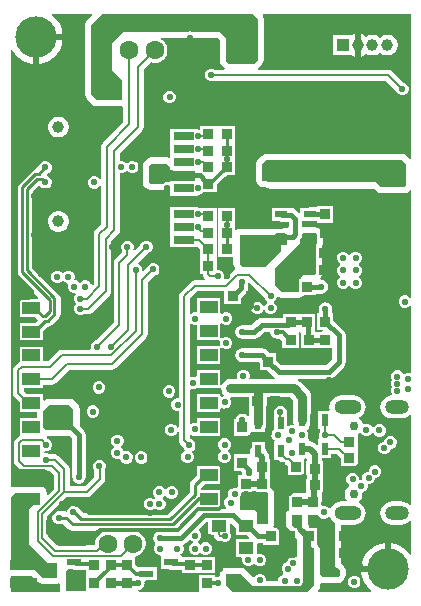
<source format=gbl>
G04*
G04 #@! TF.GenerationSoftware,Altium Limited,Altium Designer,23.5.1 (21)*
G04*
G04 Layer_Physical_Order=4*
G04 Layer_Color=16711680*
%FSLAX44Y44*%
%MOMM*%
G71*
G04*
G04 #@! TF.SameCoordinates,D8F5AE86-2F01-4A25-AC6E-D886633190FF*
G04*
G04*
G04 #@! TF.FilePolarity,Positive*
G04*
G01*
G75*
%ADD11C,0.2540*%
%ADD17C,0.1524*%
%ADD23R,0.9000X0.8500*%
%ADD24R,0.8500X0.9000*%
%ADD26R,1.3000X0.6000*%
%ADD90C,1.6000*%
%ADD91C,0.3810*%
%ADD92C,0.3048*%
%ADD94C,0.5080*%
%ADD95C,1.0160*%
%ADD96C,0.7620*%
%ADD98C,1.0000*%
%ADD99O,2.3000X1.2000*%
%ADD100O,2.0000X1.2000*%
%ADD101C,0.7500*%
%ADD102R,1.0000X1.0000*%
%ADD103C,3.5000*%
%ADD104C,0.5588*%
%ADD111R,0.6000X1.0500*%
%ADD112R,1.0500X0.6000*%
%ADD113R,1.3000X1.0500*%
%ADD114R,1.5000X1.0000*%
%ADD115R,1.8000X0.7000*%
%ADD116R,1.4000X1.2000*%
%ADD117R,2.2000X2.0320*%
%ADD118R,1.4000X1.6000*%
%ADD119C,0.6350*%
G36*
X214376Y490474D02*
Y455676D01*
X211074Y452374D01*
X190246D01*
X187706Y454914D01*
Y474218D01*
X182372Y479552D01*
X158574D01*
X158012Y479785D01*
X155890D01*
X155328Y479552D01*
X100838D01*
X91440Y470154D01*
Y446786D01*
X99314Y438912D01*
Y421640D01*
X78232D01*
X73660Y426212D01*
Y485394D01*
X82852Y494586D01*
X210264D01*
X214376Y490474D01*
D02*
G37*
G36*
X344586Y371934D02*
X343316Y371653D01*
X340466Y374502D01*
X338786Y375625D01*
X336804Y376020D01*
X221488D01*
X221488Y376020D01*
X219506Y375625D01*
X217826Y374502D01*
X214778Y371455D01*
X213655Y369774D01*
X213260Y367792D01*
Y353314D01*
X213655Y351332D01*
X214778Y349651D01*
X215186Y349243D01*
X216866Y348120D01*
X218848Y347726D01*
X221742D01*
X222026Y347442D01*
X222397Y347288D01*
X222821Y347005D01*
X223322Y346905D01*
X223793Y346710D01*
X224303D01*
X224804Y346610D01*
X312815D01*
X315107Y344318D01*
X316788Y343195D01*
X318770Y342800D01*
X338582D01*
X338582Y342800D01*
X340564Y343195D01*
X342244Y344318D01*
X343316Y345389D01*
X344586Y345108D01*
Y254688D01*
X343316Y254269D01*
X342112Y255474D01*
X340151Y256286D01*
X338029D01*
X336068Y255474D01*
X334568Y253974D01*
X333756Y252013D01*
Y249891D01*
X334568Y247931D01*
X336068Y246430D01*
X338029Y245618D01*
X340151D01*
X342112Y246430D01*
X343316Y247635D01*
X344586Y247216D01*
Y191159D01*
X343530Y190453D01*
X342657Y190815D01*
X340535D01*
X338574Y190003D01*
X337356Y190245D01*
X337262Y190473D01*
X335761Y191974D01*
X333801Y192786D01*
X331679D01*
X329719Y191974D01*
X328218Y190473D01*
X327406Y188513D01*
Y186391D01*
X328218Y184431D01*
X328245Y184404D01*
X328218Y184377D01*
X327406Y182417D01*
Y180295D01*
X328218Y178335D01*
X328245Y178308D01*
X328218Y178281D01*
X327406Y176321D01*
Y174199D01*
X327906Y172992D01*
X327182Y171616D01*
X325531Y171398D01*
X323144Y170410D01*
X321095Y168837D01*
X319523Y166788D01*
X318534Y164402D01*
X318197Y161841D01*
X318534Y159280D01*
X319523Y156893D01*
X321095Y154844D01*
X323144Y153272D01*
X325531Y152283D01*
X328092Y151946D01*
X336092D01*
X338653Y152283D01*
X341039Y153272D01*
X343088Y154844D01*
X343383Y155229D01*
X344586Y154820D01*
Y78861D01*
X343383Y78453D01*
X343089Y78837D01*
X341040Y80409D01*
X338653Y81398D01*
X336092Y81735D01*
X328092D01*
X325531Y81398D01*
X323145Y80409D01*
X321096Y78837D01*
X319523Y76788D01*
X318535Y74401D01*
X318197Y71840D01*
X318535Y69279D01*
X319523Y66893D01*
X321096Y64844D01*
X323145Y63271D01*
X325531Y62283D01*
X328092Y61946D01*
X336092D01*
X338653Y62283D01*
X341040Y63271D01*
X343089Y64844D01*
X343383Y65228D01*
X344586Y64819D01*
Y37049D01*
X343371Y36681D01*
X342139Y38524D01*
X338994Y41669D01*
X335296Y44140D01*
X331186Y45842D01*
X327140Y46647D01*
Y24130D01*
X324600D01*
Y21590D01*
X302083D01*
X302888Y17544D01*
X304590Y13434D01*
X307061Y9736D01*
X310113Y6684D01*
X310050Y6077D01*
X309849Y5414D01*
X265858D01*
X265372Y6587D01*
X265853Y7068D01*
X266976Y8749D01*
X267370Y10731D01*
Y11728D01*
X268640Y12770D01*
X269494Y12601D01*
X282194D01*
X284176Y12995D01*
X285856Y14117D01*
X287635Y15896D01*
X288757Y17576D01*
X289151Y19558D01*
Y22170D01*
X289151Y22171D01*
Y22680D01*
X289052Y23182D01*
X289052Y23691D01*
X288857Y24162D01*
X288794Y24480D01*
X288794Y24480D01*
X288757Y24662D01*
X288741Y24687D01*
X288741Y24687D01*
X288670Y24858D01*
X288553Y25141D01*
X288285Y25541D01*
X288278Y25559D01*
X288262Y25584D01*
X288248Y25597D01*
X288180Y25699D01*
X287885Y26302D01*
X287123Y27299D01*
X286862Y27529D01*
X286668Y27819D01*
X286668Y27819D01*
X285088Y29400D01*
Y35631D01*
Y60297D01*
Y61940D01*
X285092Y61944D01*
X296092D01*
X298653Y62281D01*
X301040Y63270D01*
X303089Y64842D01*
X304661Y66891D01*
X305650Y69278D01*
X305987Y71839D01*
X305650Y74400D01*
X304661Y76786D01*
X303089Y78835D01*
X301040Y80408D01*
X300378Y80682D01*
X300392Y82051D01*
X301641Y83299D01*
X302637Y85023D01*
X303152Y86946D01*
Y88936D01*
X303102Y89122D01*
X303321Y89408D01*
X305282Y90220D01*
X306782Y91721D01*
X307594Y93681D01*
Y95803D01*
X307903Y96266D01*
X309417D01*
X311378Y97078D01*
X312878Y98579D01*
X313690Y100539D01*
Y101600D01*
X314751D01*
X316712Y102412D01*
X318212Y103912D01*
X319024Y105873D01*
Y107995D01*
X318212Y109956D01*
X316712Y111456D01*
X314751Y112268D01*
X312629D01*
X310669Y111456D01*
X309168Y109956D01*
X308356Y107995D01*
Y106934D01*
X307295D01*
X305334Y106122D01*
X303834Y104621D01*
X303022Y102661D01*
Y100539D01*
X302713Y100076D01*
X301199D01*
X300228Y100725D01*
Y101645D01*
X299416Y103605D01*
X297915Y105106D01*
X295955Y105918D01*
X293833D01*
X291873Y105106D01*
X290372Y103605D01*
X289560Y101645D01*
Y99523D01*
X290372Y97563D01*
X291873Y96062D01*
X291945Y96032D01*
X292038Y94619D01*
X290950Y93991D01*
X289542Y92583D01*
X288547Y90859D01*
X288032Y88936D01*
Y86946D01*
X288547Y85023D01*
X289542Y83299D01*
X289838Y83004D01*
X289312Y81734D01*
X285092D01*
X282531Y81396D01*
X280145Y80408D01*
X278096Y78835D01*
X276523Y76786D01*
X276170Y75933D01*
X275916Y75817D01*
X274712Y75732D01*
X273531Y76912D01*
X271571Y77724D01*
X269449D01*
X268410Y78418D01*
Y80700D01*
X268665Y81981D01*
Y88460D01*
X269801D01*
Y101214D01*
X269801Y102040D01*
X269801Y102040D01*
X269670Y102430D01*
X269670Y102430D01*
Y116010D01*
X269104D01*
Y118640D01*
X276660D01*
Y121768D01*
X281470D01*
X284931Y118308D01*
Y111320D01*
X299011D01*
Y124020D01*
X299011Y124900D01*
X299011D01*
Y125290D01*
X299011D01*
Y138870D01*
X299011Y138870D01*
X299011D01*
X300047Y139584D01*
X300234Y139692D01*
X300575Y140034D01*
X301821Y139786D01*
X302056Y139219D01*
X303556Y137718D01*
X305517Y136906D01*
X307639D01*
X309599Y137718D01*
X311100Y139219D01*
X311226Y139524D01*
X312601D01*
X312867Y138882D01*
X314367Y137381D01*
X316328Y136569D01*
X318450D01*
X320410Y137381D01*
X321911Y138882D01*
X322723Y140842D01*
Y142964D01*
X321911Y144925D01*
X320410Y146425D01*
X318450Y147237D01*
X316328D01*
X314367Y146425D01*
X312867Y144925D01*
X312740Y144620D01*
X311366D01*
X311100Y145261D01*
X309599Y146762D01*
X307639Y147574D01*
X305517D01*
X304370Y147099D01*
X302885Y147745D01*
X302880Y147752D01*
X302637Y148659D01*
X301641Y150383D01*
X300396Y151629D01*
X300384Y152999D01*
X301039Y153270D01*
X303088Y154843D01*
X304661Y156892D01*
X305649Y159278D01*
X305986Y161839D01*
X305649Y164400D01*
X304661Y166786D01*
X303088Y168836D01*
X301039Y170408D01*
X298653Y171397D01*
X296092Y171734D01*
X285092D01*
X282531Y171397D01*
X280144Y170408D01*
X278095Y168836D01*
X276523Y166786D01*
X275534Y164400D01*
X275197Y161839D01*
X275506Y159490D01*
X275180Y158744D01*
X274830Y158220D01*
X265580D01*
Y142640D01*
X266811D01*
Y140480D01*
X266138Y138857D01*
Y136735D01*
X266654Y135490D01*
X265846Y134220D01*
X265580D01*
Y129804D01*
X264407Y129318D01*
X262939Y130786D01*
X260839Y132189D01*
X258361Y132682D01*
X257660D01*
Y134220D01*
X257660D01*
X257040Y135490D01*
X257556Y136735D01*
Y138857D01*
X256744Y140817D01*
X256191Y141370D01*
X256717Y142640D01*
X257660D01*
Y145133D01*
X258776Y146587D01*
X259544Y148441D01*
X259806Y150430D01*
Y170282D01*
X259544Y172271D01*
X258776Y174125D01*
X257555Y175717D01*
X257555Y175717D01*
X250334Y182937D01*
X248742Y184158D01*
X248727Y184165D01*
X248979Y185435D01*
X275082D01*
X277312Y185879D01*
X279202Y187142D01*
X287330Y195270D01*
X288593Y197160D01*
X289037Y199390D01*
Y222260D01*
X288593Y224490D01*
X287330Y226380D01*
X278570Y235141D01*
Y240980D01*
X277607D01*
Y244602D01*
X277163Y246832D01*
X275900Y248722D01*
X274010Y249985D01*
X271780Y250429D01*
X269550Y249985D01*
X267660Y248722D01*
X266397Y246832D01*
X265953Y244602D01*
Y240980D01*
X264990D01*
Y226900D01*
X269304D01*
X269404Y226750D01*
X268725Y225480D01*
X264990D01*
X264981Y225230D01*
X263620D01*
X263330Y226380D01*
X263330Y226380D01*
X263330D01*
X263330Y226380D01*
Y240460D01*
X249750D01*
Y240460D01*
X249106Y240589D01*
X249106Y240589D01*
X248533Y240589D01*
X235526D01*
Y237221D01*
X217932D01*
X215702Y236777D01*
X213812Y235514D01*
X209215Y230917D01*
X201418D01*
X199188Y230474D01*
X197297Y229211D01*
X196034Y227320D01*
X195590Y225091D01*
X196034Y222861D01*
X197297Y220970D01*
X199188Y219707D01*
X201418Y219264D01*
X211628D01*
X213858Y219707D01*
X215749Y220970D01*
X220346Y225567D01*
X224802D01*
X225194Y225091D01*
X225298Y224565D01*
Y224030D01*
X225503Y223535D01*
X225607Y223009D01*
X225905Y222564D01*
X226110Y222069D01*
X226489Y221690D01*
X226786Y221245D01*
X227232Y220947D01*
X227610Y220569D01*
X228105Y220364D01*
X228551Y220066D01*
X229076Y219961D01*
X229571Y219757D01*
X230107D01*
X230632Y219652D01*
X233288D01*
X235401Y217539D01*
Y211650D01*
X249481D01*
Y225222D01*
X249506Y225330D01*
X249536Y225449D01*
X249722D01*
X250901Y224202D01*
Y211650D01*
X264981D01*
X264990Y211400D01*
X277383D01*
Y201804D01*
X272668Y197089D01*
X234501D01*
X230340Y201250D01*
Y207089D01*
X224839D01*
X224572Y207268D01*
X222210Y209630D01*
X220320Y210893D01*
X218090Y211336D01*
X201418D01*
X199188Y210893D01*
X197297Y209630D01*
X196034Y207739D01*
X195590Y205509D01*
X196034Y203280D01*
X197297Y201389D01*
X199188Y200126D01*
X201418Y199683D01*
X215676D01*
X216760Y198599D01*
Y193009D01*
X222099D01*
X227967Y187142D01*
X228990Y186458D01*
X228605Y185188D01*
X215392D01*
X215392Y185188D01*
X215392Y185188D01*
X209860D01*
X209529Y185232D01*
X208224D01*
X207519Y186288D01*
X207772Y186899D01*
Y189021D01*
X206960Y190982D01*
X205459Y192482D01*
X203499Y193294D01*
X201377D01*
X199417Y192482D01*
X197916Y190982D01*
X197104Y189021D01*
Y186899D01*
X197357Y186288D01*
X196652Y185232D01*
X191262D01*
X189273Y184970D01*
X187419Y184202D01*
X185827Y182981D01*
X184606Y181389D01*
X184170Y180336D01*
X182900Y180589D01*
Y192860D01*
X162820D01*
Y187621D01*
X161764Y186915D01*
X161081Y187198D01*
X158959D01*
X158078Y186833D01*
X156808Y187682D01*
Y232125D01*
X158078Y232651D01*
X158777Y231952D01*
X160737Y231140D01*
X162820D01*
Y218280D01*
X181544D01*
X182392Y217010D01*
X182372Y216961D01*
Y214839D01*
X182562Y214380D01*
X181714Y213110D01*
X162820D01*
Y198030D01*
X182900D01*
Y211367D01*
X184170Y211893D01*
X184685Y211378D01*
X186645Y210566D01*
X188767D01*
X190728Y211378D01*
X192228Y212878D01*
X193040Y214839D01*
Y216961D01*
X192228Y218922D01*
X190728Y220422D01*
X188767Y221234D01*
X186645D01*
X184685Y220422D01*
X184170Y219907D01*
X182900Y220433D01*
Y231941D01*
X184170Y232467D01*
X184685Y231952D01*
X186645Y231140D01*
X188767D01*
X190728Y231952D01*
X192228Y233452D01*
X193040Y235413D01*
Y237535D01*
X192228Y239496D01*
X190728Y240996D01*
X188767Y241808D01*
X186645D01*
X184685Y240996D01*
X184170Y240481D01*
X182900Y241007D01*
Y253610D01*
X162820D01*
Y241808D01*
X160737D01*
X158777Y240996D01*
X158078Y240297D01*
X156808Y240823D01*
Y253339D01*
X162967Y259498D01*
X186259D01*
Y248510D01*
X200339D01*
Y253849D01*
X204694Y258204D01*
X205957Y260095D01*
X206401Y262325D01*
Y265498D01*
X206562Y266308D01*
X207940Y266726D01*
X220358Y254308D01*
X221030Y252684D01*
X222530Y251184D01*
X222564Y251170D01*
Y249900D01*
X222530Y249886D01*
X221030Y248386D01*
X220524Y247164D01*
X219150D01*
X218644Y248386D01*
X217143Y249886D01*
X215183Y250698D01*
X213061D01*
X211101Y249886D01*
X209600Y248386D01*
X208788Y246425D01*
Y244303D01*
X209600Y242342D01*
X211101Y240842D01*
X213061Y240030D01*
X215183D01*
X217143Y240842D01*
X218644Y242342D01*
X219150Y243563D01*
X220524D01*
X221030Y242342D01*
X222530Y240842D01*
X224491Y240030D01*
X226613D01*
X228573Y240842D01*
X230074Y242342D01*
X230886Y244303D01*
Y246425D01*
X230074Y248386D01*
X228573Y249886D01*
X228540Y249900D01*
Y251170D01*
X228573Y251184D01*
X230074Y252684D01*
X230778Y254385D01*
X231697Y254866D01*
X232156Y254992D01*
X232819Y254549D01*
X234801Y254154D01*
X249374D01*
X251356Y254549D01*
X253036Y255672D01*
X253632Y256564D01*
X263454D01*
Y257549D01*
X268456D01*
X270686Y257993D01*
X272576Y259256D01*
X272598Y259278D01*
X273861Y261168D01*
X274305Y263398D01*
X273861Y265628D01*
X272598Y267518D01*
X270708Y268781D01*
X268478Y269225D01*
X268367Y269203D01*
X267656D01*
X267130Y270473D01*
X267291Y270634D01*
X267438Y270854D01*
X267642Y271023D01*
X267995Y271688D01*
X268414Y272315D01*
X268466Y272574D01*
X268590Y272808D01*
X268661Y273558D01*
X268808Y274297D01*
X268787Y274402D01*
X268832Y274623D01*
Y297569D01*
X268832Y297570D01*
X268881Y297643D01*
X268881Y297643D01*
X269000Y297930D01*
D01*
X269234Y298280D01*
X269310Y298465D01*
X269392Y298878D01*
X269437Y298985D01*
X269453Y299010D01*
X269459Y299039D01*
X269654Y299510D01*
Y299511D01*
X269748Y299982D01*
Y300492D01*
X269848Y300992D01*
Y307084D01*
X269748Y307584D01*
D01*
Y308095D01*
X269654Y308566D01*
X269459Y309037D01*
X269453Y309066D01*
X269437Y309091D01*
X269098Y309908D01*
X269093Y309937D01*
X269077Y309960D01*
X269076Y309961D01*
X268881Y310433D01*
X268614Y310832D01*
X268253Y311193D01*
X267970Y311617D01*
X267923Y311664D01*
X267392Y312195D01*
X267392Y312195D01*
X267315Y312272D01*
X267315Y312272D01*
X267314Y312272D01*
X266464Y312841D01*
X266046Y313165D01*
X265932Y313197D01*
X265635Y313395D01*
X265634Y313395D01*
X265634Y313395D01*
X264624Y313596D01*
X263653Y313790D01*
X263652Y313789D01*
X263652Y313790D01*
X252984D01*
X252207Y314427D01*
Y319326D01*
X256748D01*
X258504Y318977D01*
X264736D01*
Y317701D01*
X278316D01*
Y331781D01*
X264736D01*
Y330631D01*
X258756D01*
X258442Y330693D01*
X256999Y330406D01*
X250652D01*
Y326567D01*
X249382Y326041D01*
X246855Y328567D01*
X244965Y329830D01*
X242735Y330274D01*
X242232D01*
Y330406D01*
X235885D01*
X234442Y330693D01*
X232999Y330406D01*
X226652D01*
Y320718D01*
Y319326D01*
X232238D01*
X232631Y319063D01*
X234861Y318620D01*
X240322D01*
X240553Y318388D01*
Y314525D01*
X240364Y314209D01*
X239776Y313820D01*
Y313486D01*
X238752Y313690D01*
X238242D01*
X237742Y313790D01*
X229872D01*
X229372Y313690D01*
X228862D01*
X228390Y313596D01*
X227919Y313401D01*
X227890Y313395D01*
X227865Y313379D01*
X227048Y313040D01*
X227019Y313034D01*
X226995Y313018D01*
X226523Y312823D01*
X226523Y312823D01*
X226124Y312556D01*
X226087Y312519D01*
X199136D01*
X197154Y312125D01*
X196401Y311622D01*
X195131Y312301D01*
Y315940D01*
X195131D01*
Y316330D01*
X195131D01*
Y329910D01*
X181051D01*
Y316330D01*
X181051D01*
Y315940D01*
X181051D01*
Y302360D01*
X181051D01*
Y301970D01*
X181051D01*
Y288390D01*
X193957D01*
Y282956D01*
X194351Y280974D01*
X195385Y279426D01*
X195389Y279404D01*
X195365Y278952D01*
X195040Y277931D01*
X193808Y277108D01*
X186678Y269978D01*
X185601Y270697D01*
X185928Y271487D01*
Y273609D01*
X185116Y275569D01*
X183615Y277070D01*
X181655Y277882D01*
X179760D01*
Y287174D01*
X179760Y288000D01*
X179760Y288000D01*
X179631Y288390D01*
X179631D01*
Y301090D01*
X179631Y301970D01*
X179631D01*
Y302360D01*
X179631D01*
Y315060D01*
X179631Y315940D01*
X179631D01*
Y316330D01*
X179631D01*
Y329910D01*
X165551D01*
Y329910D01*
X165367Y329787D01*
X164601Y330104D01*
X163530D01*
Y330810D01*
X140450D01*
Y318730D01*
Y307730D01*
Y296730D01*
X163530D01*
X163530Y296730D01*
Y296730D01*
X164637Y296291D01*
X165551Y295378D01*
Y289216D01*
X165551Y288390D01*
X165551Y288390D01*
X165680Y288000D01*
X165680D01*
Y274420D01*
X168058D01*
Y274066D01*
X168413Y272282D01*
X169424Y270770D01*
X170102Y270092D01*
X169576Y268822D01*
X161036D01*
X159252Y268467D01*
X157740Y267456D01*
X148850Y258566D01*
X147839Y257054D01*
X147484Y255270D01*
Y168910D01*
X145751D01*
X143791Y168098D01*
X142290Y166597D01*
X141478Y164637D01*
Y162515D01*
X142290Y160555D01*
X143791Y159054D01*
X145751Y158242D01*
X147484D01*
Y144383D01*
X146214Y144130D01*
X145746Y145261D01*
X144246Y146762D01*
X142285Y147574D01*
X140163D01*
X138202Y146762D01*
X136702Y145261D01*
X135890Y143301D01*
Y141179D01*
X136702Y139219D01*
X138202Y137718D01*
X140163Y136906D01*
X142285D01*
X144246Y137718D01*
X145746Y139219D01*
X146214Y140350D01*
X147484Y140097D01*
Y133604D01*
X147839Y131820D01*
X148850Y130308D01*
X151270Y127888D01*
X151942Y126264D01*
X152708Y125499D01*
X152410Y124000D01*
X152172Y123902D01*
X150672Y122402D01*
X149860Y120441D01*
Y118319D01*
X150672Y116358D01*
X152172Y114858D01*
X154133Y114046D01*
X156255D01*
X158216Y114858D01*
X159716Y116358D01*
X160528Y118319D01*
Y120441D01*
X159716Y122402D01*
X158950Y123167D01*
X159248Y124666D01*
X159486Y124764D01*
X160986Y126264D01*
X161798Y128225D01*
Y130347D01*
X160986Y132308D01*
X159486Y133808D01*
X157862Y134480D01*
X156808Y135535D01*
Y137774D01*
X157981Y138260D01*
X158014Y138226D01*
X159975Y137414D01*
X162097D01*
X162420Y137548D01*
X162820Y137280D01*
Y137280D01*
X182900D01*
Y152360D01*
X162820D01*
Y148565D01*
X162097Y148082D01*
X159975D01*
X158014Y147270D01*
X157981Y147236D01*
X156808Y147722D01*
Y176047D01*
X158078Y176895D01*
X158959Y176530D01*
X161081D01*
X163041Y177342D01*
X163479Y177780D01*
X182326D01*
X183003Y177653D01*
X183671Y176829D01*
X183838Y175557D01*
X184606Y173703D01*
X185750Y172212D01*
X185707Y171761D01*
X185393Y170844D01*
X184170Y170338D01*
X182900Y171021D01*
Y172610D01*
X162820D01*
Y157530D01*
X182900D01*
Y160195D01*
X184170Y160878D01*
X185629Y160274D01*
X187751D01*
X189711Y161086D01*
X191212Y162586D01*
X192024Y164547D01*
Y166669D01*
X191212Y168629D01*
X191777Y169860D01*
X206953D01*
Y160088D01*
X207096D01*
Y154404D01*
X206375Y154087D01*
X205826Y154015D01*
X204443Y155398D01*
X202483Y156210D01*
X200361D01*
X198400Y155398D01*
X196900Y153897D01*
X196088Y151937D01*
Y151435D01*
X194632D01*
Y137355D01*
X208212D01*
Y140028D01*
X209242Y140608D01*
X220322D01*
Y143101D01*
X221438Y144555D01*
X222206Y146409D01*
X222468Y148398D01*
Y169817D01*
X241716D01*
X244434Y167099D01*
Y150430D01*
X244696Y148441D01*
X245095Y147477D01*
X245014Y147249D01*
X244207Y146304D01*
X242559D01*
X240599Y145492D01*
X240495Y145389D01*
X239322Y145875D01*
Y156188D01*
X239014D01*
Y158287D01*
X238202Y160247D01*
X236702Y161748D01*
X234741Y162560D01*
X232619D01*
X230658Y161748D01*
X229158Y160247D01*
X228346Y158287D01*
Y156188D01*
X228242D01*
Y142567D01*
X226872Y141198D01*
X226060Y139237D01*
Y137115D01*
X226872Y135154D01*
X228372Y133654D01*
X228846Y133458D01*
X228593Y132188D01*
X228242D01*
Y116608D01*
X232730D01*
X235032Y114306D01*
X236544Y113295D01*
X238328Y112940D01*
X238732D01*
X240352Y111321D01*
Y103833D01*
X253932D01*
Y117684D01*
X255028Y118332D01*
X256156Y117871D01*
Y116010D01*
X255590D01*
Y103256D01*
X255590Y102430D01*
X255590Y102430D01*
X255721Y102040D01*
X255721Y102040D01*
Y94704D01*
X255716Y94680D01*
Y89354D01*
X254830Y88451D01*
X254440D01*
Y88451D01*
X240860D01*
Y74371D01*
X240860Y74371D01*
X240860D01*
X240585Y74146D01*
X240431Y74021D01*
X239669Y73259D01*
X238547Y71578D01*
X238153Y69596D01*
Y61468D01*
X238547Y59486D01*
X239669Y57806D01*
X242278Y55198D01*
X243958Y54075D01*
X244360Y53995D01*
X244440Y53593D01*
X245563Y51912D01*
X247805Y49671D01*
Y35129D01*
X246535Y34281D01*
X245390Y34755D01*
X243268D01*
X241308Y33943D01*
X239807Y32442D01*
X238995Y30482D01*
Y30128D01*
X237067Y29330D01*
X235567Y27829D01*
X234755Y25869D01*
Y23747D01*
X235567Y21786D01*
X236271Y21082D01*
X236238Y20646D01*
X235871Y19686D01*
X234214Y19000D01*
X232714Y17500D01*
X231902Y15539D01*
Y14577D01*
X221742D01*
Y16301D01*
X220930Y18261D01*
X219429Y19762D01*
X217469Y20574D01*
X215347D01*
X213386Y19762D01*
X211886Y18261D01*
X211635Y17655D01*
X210389Y17408D01*
X203561Y24237D01*
X201880Y25359D01*
X199898Y25754D01*
X187706D01*
X185724Y25359D01*
X184044Y24237D01*
X182921Y22556D01*
X182526Y20574D01*
Y18590D01*
X181257Y17854D01*
X181102Y17885D01*
X178240D01*
Y19461D01*
X164660D01*
Y5414D01*
X113583D01*
X113458Y6684D01*
X115235Y7037D01*
X117125Y8300D01*
X118388Y10191D01*
X118832Y12421D01*
X118548Y13848D01*
X119487Y15118D01*
X129350D01*
Y26198D01*
X113304D01*
X110930Y28572D01*
Y34961D01*
X111865Y35771D01*
X113288Y36152D01*
X115692Y37540D01*
X117654Y39502D01*
X119042Y41906D01*
X119760Y44586D01*
Y47362D01*
X119042Y50042D01*
X117654Y52446D01*
X115692Y54408D01*
X113288Y55796D01*
X113177Y55826D01*
X113344Y57095D01*
X128453D01*
X128669Y56837D01*
X128426Y55147D01*
X127706Y54666D01*
X126443Y52776D01*
X125999Y50546D01*
X126443Y48316D01*
X127706Y46426D01*
X127826Y45200D01*
X127304Y44678D01*
X126492Y42717D01*
Y40595D01*
X127304Y38635D01*
X128805Y37134D01*
X130765Y36322D01*
X131258D01*
X132270Y35698D01*
X132270Y35052D01*
Y24618D01*
X139444D01*
X140348Y24014D01*
X142429Y23600D01*
X150690D01*
Y20879D01*
X163391D01*
X164270Y20879D01*
Y20879D01*
X164660Y20881D01*
Y20881D01*
X178240D01*
Y34961D01*
X165539D01*
X164660Y34961D01*
Y34961D01*
X164270Y34959D01*
Y34959D01*
X150690D01*
X150350Y35698D01*
X149229D01*
X148976Y36968D01*
X149392Y37140D01*
X150893Y38641D01*
X151705Y40601D01*
Y42723D01*
X151257Y43803D01*
X151580Y45156D01*
X151882Y45363D01*
X153472Y46426D01*
X156874Y49827D01*
X156956Y49811D01*
X158457Y48310D01*
X159371Y47931D01*
Y46557D01*
X158457Y46178D01*
X156956Y44678D01*
X156144Y42717D01*
Y40595D01*
X156956Y38635D01*
X158457Y37134D01*
X160417Y36322D01*
X162539D01*
X164499Y37134D01*
X165956Y38591D01*
X167412Y37134D01*
X169373Y36322D01*
X171495D01*
X173456Y37134D01*
X174956Y38635D01*
X175768Y40595D01*
Y42717D01*
X174956Y44678D01*
X173456Y46178D01*
X171495Y46990D01*
X169373D01*
X167412Y46178D01*
X165956Y44721D01*
X164499Y46178D01*
X163585Y46557D01*
Y47931D01*
X164499Y48310D01*
X166000Y49811D01*
X166812Y51771D01*
Y53893D01*
X166000Y55854D01*
X164499Y57354D01*
X164483Y57436D01*
X171070Y64023D01*
X172684D01*
Y53128D01*
X177183D01*
X177417Y51950D01*
X178428Y50438D01*
X179584Y49282D01*
X181096Y48271D01*
X182880Y47916D01*
X184006D01*
X185629Y47244D01*
X187751D01*
X189711Y48056D01*
X191212Y49556D01*
X192024Y51517D01*
Y53639D01*
X191212Y55599D01*
X190764Y56047D01*
Y62321D01*
X192034Y62847D01*
X195684Y59197D01*
Y53128D01*
X205523D01*
X207270Y51381D01*
X206784Y50208D01*
X195684D01*
Y34628D01*
X200437D01*
X201143Y33572D01*
X201076Y33411D01*
Y31289D01*
X201888Y29328D01*
X203389Y27828D01*
X205349Y27016D01*
X207471D01*
X209431Y27828D01*
X210533Y28930D01*
X211694Y28975D01*
X212066Y28803D01*
X213386Y27482D01*
X215347Y26670D01*
X217469D01*
X219429Y27482D01*
X220930Y28983D01*
X221742Y30943D01*
Y33065D01*
X220930Y35025D01*
X219429Y36526D01*
X217469Y37338D01*
X215347D01*
X214820Y37120D01*
X213764Y37825D01*
Y45610D01*
X214693Y46372D01*
X219270D01*
Y45159D01*
X232850D01*
Y59239D01*
X228226D01*
X227547Y60509D01*
X228051Y61264D01*
X228445Y63246D01*
Y88900D01*
X228445Y88900D01*
X228051Y90882D01*
X226929Y92563D01*
X226015Y93476D01*
X224972Y94173D01*
Y103564D01*
X224972D01*
Y103954D01*
X224972D01*
Y117534D01*
X224406D01*
Y118998D01*
X223914Y121476D01*
X222510Y123576D01*
X221149Y124937D01*
X220764Y126876D01*
X220322Y127536D01*
Y132188D01*
X209242D01*
Y127536D01*
X208800Y126876D01*
X208308Y124398D01*
Y122824D01*
X208253Y122122D01*
X207123Y121594D01*
X194632D01*
Y107514D01*
X199971D01*
X201351Y106135D01*
Y106004D01*
X201558Y104961D01*
X200516Y103691D01*
X197680D01*
Y94206D01*
X196443Y93343D01*
X196133Y93472D01*
X194011D01*
X192050Y92660D01*
X190550Y91159D01*
X189738Y89199D01*
Y87077D01*
X190186Y85995D01*
X188494Y85294D01*
X186994Y83793D01*
X186182Y81833D01*
Y79711D01*
X186994Y77751D01*
X187798Y76947D01*
X187272Y75677D01*
X183817D01*
X182900Y76530D01*
Y91610D01*
X166469D01*
Y93105D01*
X170145Y96780D01*
X182900D01*
Y111860D01*
X162820D01*
Y104105D01*
X157627Y98912D01*
X156505Y97232D01*
X156110Y95250D01*
Y89628D01*
X138169Y71686D01*
X67152D01*
X62786Y76052D01*
X61105Y77175D01*
X60529Y77290D01*
X59481Y77724D01*
X57359D01*
X55399Y76912D01*
X53898Y75412D01*
X53086Y73451D01*
X52692Y73128D01*
X52070Y73252D01*
X47354D01*
X46981Y73406D01*
X44859D01*
X42899Y72594D01*
X41398Y71094D01*
X40586Y69133D01*
Y67011D01*
X41398Y65051D01*
X42899Y63550D01*
X44859Y62738D01*
X46981D01*
X47354Y62892D01*
X49925D01*
X54205Y58612D01*
X55885Y57490D01*
X57867Y57095D01*
X83506D01*
X83673Y55826D01*
X83562Y55796D01*
X81158Y54408D01*
X79196Y52446D01*
X77808Y50042D01*
X77090Y47362D01*
Y45077D01*
X76806Y44794D01*
X44603D01*
X36666Y52731D01*
Y69443D01*
X52477Y85254D01*
X70134D01*
X71918Y85609D01*
X73430Y86620D01*
X83913Y97103D01*
X84924Y98615D01*
X85279Y100399D01*
Y109061D01*
X85852Y110445D01*
Y112567D01*
X85040Y114528D01*
X83539Y116028D01*
X81579Y116840D01*
X79457D01*
X77497Y116028D01*
X75996Y114528D01*
X75184Y112567D01*
Y110445D01*
X75955Y108583D01*
Y102330D01*
X68203Y94578D01*
X55208D01*
Y108956D01*
X54853Y110740D01*
X53842Y112252D01*
X45758Y120336D01*
X44246Y121347D01*
X42462Y121702D01*
X38044D01*
X36421Y122374D01*
X34299D01*
X33557Y123290D01*
X33690Y123454D01*
X34660Y124206D01*
X36421D01*
X38382Y125018D01*
X39882Y126518D01*
X40694Y128479D01*
Y130601D01*
X39882Y132562D01*
X38382Y134062D01*
X36758Y134734D01*
X35702Y135791D01*
X36228Y137060D01*
X55372D01*
X55372Y137060D01*
X55679Y137121D01*
X57389Y135411D01*
Y102616D01*
X57833Y100386D01*
X59096Y98496D01*
X60986Y97233D01*
X63216Y96789D01*
X65446Y97233D01*
X67336Y98496D01*
X68599Y100386D01*
X69043Y102616D01*
Y137825D01*
X68599Y140055D01*
X67336Y141945D01*
X63600Y145682D01*
Y160274D01*
X63205Y162256D01*
X62083Y163937D01*
X58780Y167239D01*
X57100Y168361D01*
X55118Y168755D01*
X37846D01*
X35864Y168361D01*
X34183Y167239D01*
X34073Y167128D01*
X32900Y167614D01*
Y172360D01*
X19412D01*
X16600Y175173D01*
Y177530D01*
X32900D01*
Y180409D01*
X40544D01*
X42328Y180763D01*
X43840Y181774D01*
X55271Y193204D01*
X91186D01*
X92970Y193559D01*
X94482Y194570D01*
X119882Y219970D01*
X120893Y221482D01*
X121248Y223266D01*
Y266920D01*
X127382Y273055D01*
X129005Y273727D01*
X130506Y275228D01*
X131318Y277188D01*
Y279310D01*
X130506Y281271D01*
X129005Y282771D01*
X127045Y283583D01*
X124923D01*
X122963Y282771D01*
X121462Y281271D01*
X120790Y279647D01*
X117759Y276617D01*
X117480Y276693D01*
X116586Y277240D01*
Y279056D01*
X115774Y281017D01*
X114274Y282517D01*
X113772Y282725D01*
X113525Y283970D01*
X121540Y291986D01*
X123163Y292658D01*
X124664Y294158D01*
X125476Y296119D01*
Y298241D01*
X124664Y300201D01*
X123163Y301702D01*
X121203Y302514D01*
X119081D01*
X117121Y301702D01*
X115620Y300201D01*
X114948Y298578D01*
X110889Y294520D01*
X109400Y294826D01*
X109225Y295265D01*
X109474Y295865D01*
Y297987D01*
X108662Y299947D01*
X107162Y301448D01*
X105201Y302260D01*
X103079D01*
X101118Y301448D01*
X99618Y299947D01*
X98806Y297987D01*
Y295865D01*
X99478Y294242D01*
Y292253D01*
X93986Y286760D01*
X92975Y285248D01*
X92620Y283464D01*
Y233325D01*
X77290Y217994D01*
X75666Y217322D01*
X74166Y215821D01*
X73354Y213861D01*
Y211739D01*
X73576Y211203D01*
X72870Y210148D01*
X48768D01*
X46984Y209793D01*
X45472Y208782D01*
X36931Y200242D01*
X32900D01*
Y212860D01*
X12820D01*
Y199801D01*
X11436Y198876D01*
X8642Y196082D01*
X7631Y194570D01*
X7276Y192786D01*
Y173242D01*
X7631Y171458D01*
X8642Y169946D01*
X12820Y165768D01*
Y157280D01*
X27587D01*
Y152110D01*
X12820D01*
Y137232D01*
X11944Y136646D01*
X9404Y134106D01*
X8393Y132594D01*
X8038Y130810D01*
Y116332D01*
X8393Y114548D01*
X9404Y113036D01*
X13722Y108718D01*
X15234Y107707D01*
X17018Y107352D01*
X38455D01*
X41820Y103987D01*
Y92355D01*
X36833Y87367D01*
X35659Y87853D01*
Y89154D01*
X35265Y91136D01*
X34142Y92816D01*
X32462Y93939D01*
X30480Y94333D01*
X9144D01*
X7162Y93939D01*
X6684Y93620D01*
X5414Y94299D01*
X5414Y464037D01*
X6660Y464285D01*
X6660Y464284D01*
X9131Y460586D01*
X12276Y457441D01*
X15974Y454970D01*
X20084Y453268D01*
X24130Y452463D01*
Y474980D01*
X26670D01*
Y477520D01*
X49187D01*
X48382Y481566D01*
X46680Y485676D01*
X44209Y489374D01*
X41064Y492519D01*
X39789Y493371D01*
X40158Y494586D01*
X73868D01*
X74354Y493413D01*
X69998Y489057D01*
X68875Y487376D01*
X68481Y485394D01*
Y426212D01*
X68875Y424230D01*
X69998Y422550D01*
X69998Y422550D01*
X74570Y417977D01*
X76250Y416855D01*
X78232Y416460D01*
X99314D01*
X99767Y416550D01*
X100748Y415745D01*
Y402997D01*
X83254Y385503D01*
X82244Y383990D01*
X81889Y382206D01*
Y354700D01*
X80619Y354447D01*
X80468Y354812D01*
X78967Y356312D01*
X77007Y357124D01*
X74885D01*
X72924Y356312D01*
X71424Y354812D01*
X70612Y352851D01*
Y350729D01*
X71424Y348769D01*
X72924Y347268D01*
X74885Y346456D01*
X77007D01*
X78967Y347268D01*
X80468Y348769D01*
X80619Y349133D01*
X81889Y348881D01*
Y316319D01*
X76968Y311398D01*
X75957Y309886D01*
X75602Y308102D01*
Y265961D01*
X74632Y265114D01*
X73374Y265404D01*
X72848Y266674D01*
X71347Y268174D01*
X69387Y268986D01*
X67265D01*
X65304Y268174D01*
X64584Y267453D01*
X63754Y266718D01*
X62924Y267453D01*
X62203Y268174D01*
X60243Y268986D01*
X59861D01*
X59156Y270042D01*
X59436Y270719D01*
Y272841D01*
X58624Y274802D01*
X57123Y276302D01*
X55163Y277114D01*
X53041D01*
X51080Y276302D01*
X50360Y275581D01*
X49530Y274846D01*
X48700Y275581D01*
X47979Y276302D01*
X46019Y277114D01*
X43897D01*
X41936Y276302D01*
X40436Y274802D01*
X39624Y272841D01*
Y270719D01*
X40436Y268759D01*
X41936Y267258D01*
X43897Y266446D01*
X46019D01*
X47979Y267258D01*
X48700Y267979D01*
X49530Y268714D01*
X50360Y267979D01*
X51080Y267258D01*
X53041Y266446D01*
X53423D01*
X54128Y265390D01*
X53848Y264713D01*
Y262591D01*
X54660Y260630D01*
X56160Y259130D01*
X58121Y258318D01*
X59749D01*
X60297Y257070D01*
X59740Y256514D01*
X58928Y254553D01*
Y252431D01*
X59740Y250471D01*
X61037Y249174D01*
X59740Y247878D01*
X58928Y245917D01*
Y243795D01*
X59740Y241835D01*
X61241Y240334D01*
X63201Y239522D01*
X65323D01*
X66946Y240194D01*
X71120D01*
X72904Y240549D01*
X74416Y241560D01*
X89148Y256292D01*
X90159Y257804D01*
X90514Y259588D01*
Y302361D01*
X96521Y308368D01*
X97531Y309880D01*
X97886Y311664D01*
Y359664D01*
X99867D01*
X101827Y360476D01*
X102675Y361324D01*
X103505Y361862D01*
X104335Y361324D01*
X105183Y360476D01*
X107143Y359664D01*
X109265D01*
X111226Y360476D01*
X112726Y361977D01*
X113538Y363937D01*
Y366059D01*
X112726Y368019D01*
X111226Y369520D01*
X109265Y370332D01*
X107143D01*
X105183Y369520D01*
X104335Y368672D01*
X103505Y368134D01*
X102675Y368672D01*
X101827Y369520D01*
X99867Y370332D01*
X97886D01*
Y376535D01*
X116580Y395230D01*
X117591Y396742D01*
X117946Y398526D01*
Y447395D01*
X124101Y453551D01*
X126120Y453010D01*
X128896D01*
X131576Y453728D01*
X133980Y455116D01*
X135942Y457078D01*
X137330Y459482D01*
X138048Y462162D01*
Y464938D01*
X137330Y467618D01*
X135942Y470022D01*
X133980Y471984D01*
X132043Y473102D01*
X132383Y474372D01*
X155328D01*
X156498Y474605D01*
X157403D01*
X158574Y474372D01*
X180227D01*
X182526Y472073D01*
Y454914D01*
X182921Y452932D01*
X184044Y451251D01*
X186583Y448712D01*
X186670Y448654D01*
X186285Y447384D01*
X177944D01*
X176321Y448056D01*
X174199D01*
X172239Y447244D01*
X170738Y445743D01*
X169926Y443783D01*
Y441661D01*
X170738Y439701D01*
X172239Y438200D01*
X174199Y437388D01*
X176321D01*
X177944Y438060D01*
X323189D01*
X331864Y429386D01*
X332536Y427762D01*
X334036Y426262D01*
X335997Y425450D01*
X338119D01*
X340079Y426262D01*
X341580Y427762D01*
X342392Y429723D01*
Y431845D01*
X341580Y433806D01*
X340079Y435306D01*
X338456Y435978D01*
X328416Y446018D01*
X326904Y447029D01*
X325120Y447384D01*
X215035D01*
X214650Y448654D01*
X214736Y448712D01*
X218039Y452014D01*
X219161Y453694D01*
X219555Y455676D01*
Y490474D01*
X219161Y492456D01*
X218587Y493316D01*
X219266Y494586D01*
X344586D01*
Y371934D01*
D02*
G37*
G36*
X339852Y367792D02*
Y349250D01*
X338582Y347980D01*
X318770D01*
X314960Y351790D01*
X224804D01*
X223724Y352511D01*
X221742Y352906D01*
X218848D01*
X218440Y353314D01*
Y367792D01*
X221488Y370840D01*
X336804D01*
X339852Y367792D01*
D02*
G37*
G36*
X238379Y308483D02*
X239522Y307340D01*
Y299159D01*
X238955Y298592D01*
X233875D01*
Y293512D01*
X220525Y280162D01*
X201930Y280162D01*
X199136Y282956D01*
X199136Y307340D01*
X228092D01*
X229001Y308249D01*
X229401Y308516D01*
X229872Y308610D01*
X237742D01*
X238379Y308483D01*
D02*
G37*
G36*
X263729Y308533D02*
X263729Y308533D01*
X264307Y307955D01*
X264574Y307555D01*
X264668Y307084D01*
Y300992D01*
X264574Y300521D01*
X264525Y300447D01*
X264449Y300263D01*
X263652Y299466D01*
Y297569D01*
Y274623D01*
X263610Y274483D01*
X263629Y274297D01*
X262382Y273050D01*
X252984D01*
X250952Y271018D01*
Y270144D01*
X249374D01*
Y259334D01*
X234801D01*
X228981Y265154D01*
Y279019D01*
X250190Y300228D01*
Y303689D01*
X250500Y304000D01*
X251763Y305890D01*
X252136Y307762D01*
X252984Y308610D01*
X263652D01*
X263729Y308533D01*
D02*
G37*
G36*
X58420Y160274D02*
Y145288D01*
X55372Y142240D01*
X35306D01*
X32900Y144646D01*
Y152110D01*
X32766D01*
Y157280D01*
X32900D01*
Y158630D01*
X37846Y163576D01*
X55118D01*
X58420Y160274D01*
D02*
G37*
G36*
X223266Y88900D02*
Y63246D01*
X222758Y62738D01*
X214630D01*
X213868Y63500D01*
Y72868D01*
X212148Y74588D01*
X199696Y74617D01*
Y85363D01*
X200406Y87077D01*
Y88900D01*
X201117Y89611D01*
X211260D01*
Y89813D01*
X222353D01*
X223266Y88900D01*
D02*
G37*
G36*
X265988Y69369D02*
X267488Y67868D01*
X269449Y67056D01*
X271571D01*
X273531Y67868D01*
X274636Y68973D01*
X275887Y68428D01*
X276523Y66891D01*
X278096Y64842D01*
X279908Y63452D01*
Y60297D01*
Y35631D01*
Y27255D01*
X281425Y25738D01*
X281425Y25738D01*
X283006Y24157D01*
X283006Y24157D01*
Y24156D01*
X283768Y23159D01*
X283955Y22705D01*
X283972Y22681D01*
X283972Y22680D01*
X283972Y22680D01*
Y22171D01*
X283972Y22170D01*
Y19558D01*
X282194Y17780D01*
X269494D01*
X266954Y20320D01*
Y42525D01*
X265251Y44228D01*
X264725Y45280D01*
Y58860D01*
X258894D01*
X257556Y60198D01*
Y70612D01*
X265473D01*
X265988Y69369D01*
D02*
G37*
G36*
X30480Y81014D02*
X28206Y78740D01*
X23876D01*
X20574Y75438D01*
Y45466D01*
X36576Y29464D01*
X44450D01*
X44958Y28956D01*
Y17526D01*
X44704Y17272D01*
X32004D01*
X25908Y23368D01*
X5414D01*
Y85424D01*
X9144Y89154D01*
X30480D01*
Y81014D01*
D02*
G37*
G36*
X252376Y69441D02*
Y60198D01*
X252376Y60198D01*
X252771Y58216D01*
X253894Y56536D01*
X253894Y56536D01*
X255231Y55198D01*
X256912Y54075D01*
X258894Y53681D01*
X259546D01*
Y45280D01*
X259582Y45098D01*
X259559Y44914D01*
X259778Y44113D01*
X259940Y43298D01*
X260043Y43144D01*
X260092Y42965D01*
X260618Y41912D01*
X261127Y41256D01*
X261589Y40565D01*
X261775Y40379D01*
Y20320D01*
X262169Y18338D01*
X262191Y18305D01*
Y10731D01*
X256874Y5414D01*
X193214D01*
X187706Y10922D01*
Y20574D01*
X199898D01*
X211074Y9398D01*
X214734D01*
X215347Y9144D01*
X217469D01*
X218082Y9398D01*
X235562D01*
X236175Y9144D01*
X238297D01*
X238910Y9398D01*
X245976D01*
X246589Y9144D01*
X248711D01*
X250672Y9956D01*
X252172Y11457D01*
X252984Y13417D01*
Y15539D01*
Y51816D01*
X249225Y55575D01*
Y58860D01*
X245940D01*
X243332Y61468D01*
Y69596D01*
X244094Y70358D01*
X251460D01*
X252376Y69441D01*
D02*
G37*
G36*
X58345Y24015D02*
X60427Y23601D01*
X69115D01*
Y6096D01*
X52578D01*
Y22629D01*
X54055Y24106D01*
X58208D01*
X58345Y24015D01*
D02*
G37*
G36*
X28342Y13609D02*
X30022Y12487D01*
X32004Y12092D01*
X44704D01*
X46129Y12376D01*
X47399Y11552D01*
Y6096D01*
X46839Y5414D01*
X5414D01*
Y16918D01*
X5414Y18189D01*
X23763D01*
X28342Y13609D01*
D02*
G37*
%LPC*%
G36*
X301698Y477877D02*
Y468122D01*
Y458367D01*
X303049Y458729D01*
X305347Y460056D01*
X306321Y461030D01*
X308258Y459912D01*
X310498Y459312D01*
X312818D01*
X315058Y459912D01*
X317068Y461072D01*
X317908Y461913D01*
X318748Y461072D01*
X320757Y459912D01*
X322998Y459312D01*
X325318D01*
X327559Y459912D01*
X329567Y461072D01*
X331208Y462713D01*
X332368Y464721D01*
X332968Y466962D01*
Y469282D01*
X332368Y471522D01*
X331208Y473531D01*
X329567Y475172D01*
X327559Y476332D01*
X325318Y476932D01*
X322998D01*
X320757Y476332D01*
X318748Y475172D01*
X317908Y474331D01*
X317068Y475172D01*
X315058Y476332D01*
X312818Y476932D01*
X310498D01*
X308258Y476332D01*
X306321Y475214D01*
X305347Y476188D01*
X303049Y477515D01*
X301698Y477877D01*
D02*
G37*
G36*
X296618D02*
X295267Y477515D01*
X294257Y476932D01*
X277848D01*
Y459312D01*
X294257D01*
X295267Y458729D01*
X296618Y458367D01*
Y468122D01*
Y477877D01*
D02*
G37*
G36*
X49187Y472440D02*
X29210D01*
Y452463D01*
X33256Y453268D01*
X37366Y454970D01*
X41064Y457441D01*
X44209Y460586D01*
X46680Y464284D01*
X48382Y468394D01*
X49187Y472440D01*
D02*
G37*
G36*
X140892Y429383D02*
X138770D01*
X136809Y428571D01*
X135309Y427071D01*
X134497Y425110D01*
Y422988D01*
X135309Y421028D01*
X136809Y419527D01*
X138770Y418715D01*
X140892D01*
X142852Y419527D01*
X144353Y421028D01*
X145165Y422988D01*
Y425110D01*
X144353Y427071D01*
X142852Y428571D01*
X140892Y429383D01*
D02*
G37*
G36*
X46880Y407580D02*
X44560D01*
X42319Y406980D01*
X40311Y405820D01*
X38670Y404179D01*
X37510Y402170D01*
X36910Y399930D01*
Y397610D01*
X37510Y395369D01*
X38670Y393361D01*
X40311Y391720D01*
X42319Y390560D01*
X44560Y389960D01*
X46880D01*
X49120Y390560D01*
X51129Y391720D01*
X52770Y393361D01*
X53930Y395369D01*
X54530Y397610D01*
Y399930D01*
X53930Y402170D01*
X52770Y404179D01*
X51129Y405820D01*
X49120Y406980D01*
X46880Y407580D01*
D02*
G37*
G36*
X195131Y399220D02*
X181051D01*
Y385640D01*
X181051D01*
Y385250D01*
X181051D01*
Y371670D01*
X181051D01*
Y371280D01*
X181051D01*
Y367022D01*
X180901Y366932D01*
X179631Y367651D01*
Y370400D01*
X179631Y371280D01*
X179631D01*
Y371670D01*
X179631D01*
Y385250D01*
X179631D01*
Y385640D01*
X179631D01*
Y399220D01*
X165551D01*
Y397073D01*
X164445Y396276D01*
X163530Y396547D01*
Y396810D01*
X140450D01*
Y384730D01*
Y373454D01*
X139180Y372671D01*
X137668Y372971D01*
X124206D01*
X122224Y372577D01*
X120543Y371455D01*
X118511Y369422D01*
X117389Y367742D01*
X116994Y365760D01*
Y354584D01*
X116995Y354579D01*
X116994Y354575D01*
X117000Y351834D01*
X117198Y350846D01*
X117394Y349861D01*
X117396Y349857D01*
X117397Y349852D01*
X117959Y349015D01*
X118517Y348181D01*
X119586Y347112D01*
X121266Y345989D01*
X123248Y345594D01*
X134552D01*
X134552Y345594D01*
X136535Y345989D01*
X137729Y346787D01*
X138061Y346925D01*
X138383D01*
X138384Y346924D01*
X138894Y346924D01*
X139394Y346825D01*
X140450Y345884D01*
Y340730D01*
X163530D01*
Y341436D01*
X164601D01*
X166562Y342248D01*
X168044Y343730D01*
X179631D01*
Y349985D01*
X183388Y353742D01*
X184230Y354584D01*
X186191Y356545D01*
X187093Y356725D01*
X188552Y357700D01*
X195131D01*
Y371280D01*
X195131D01*
Y371670D01*
X195131D01*
Y385250D01*
X195131D01*
Y385640D01*
X195131D01*
Y399220D01*
D02*
G37*
G36*
X35643Y369862D02*
X33521D01*
X31560Y369050D01*
X30060Y367550D01*
X29906Y367177D01*
X26811Y364081D01*
X25654D01*
X23672Y363687D01*
X21992Y362565D01*
X11323Y351897D01*
X10201Y350216D01*
X9807Y348234D01*
Y275710D01*
X10201Y273728D01*
X11323Y272048D01*
X28838Y254534D01*
X28352Y253360D01*
X12820D01*
Y238280D01*
X25575D01*
X28160Y235695D01*
X25575Y233110D01*
X12820D01*
Y218030D01*
X32900D01*
Y225785D01*
X36631Y229517D01*
X36830D01*
X38812Y229911D01*
X40493Y231033D01*
X46080Y236621D01*
X47203Y238302D01*
X47597Y240284D01*
Y254000D01*
X47597Y254000D01*
X47203Y255982D01*
X46080Y257663D01*
X23976Y279767D01*
Y344057D01*
X28756Y348837D01*
X29059Y348876D01*
X30391Y348676D01*
X31560Y347506D01*
X33521Y346694D01*
X35643D01*
X37603Y347506D01*
X39104Y349007D01*
X39916Y350967D01*
Y353089D01*
X39104Y355050D01*
X37603Y356550D01*
X37231Y356704D01*
X35657Y358278D01*
X37231Y359852D01*
X37603Y360006D01*
X39104Y361507D01*
X39916Y363467D01*
Y365589D01*
X39104Y367550D01*
X37603Y369050D01*
X35643Y369862D01*
D02*
G37*
G36*
X46880Y327580D02*
X44560D01*
X42319Y326980D01*
X40311Y325820D01*
X38670Y324179D01*
X37510Y322170D01*
X36910Y319930D01*
Y317610D01*
X37510Y315369D01*
X38670Y313361D01*
X40311Y311720D01*
X42319Y310560D01*
X44560Y309960D01*
X46880D01*
X49120Y310560D01*
X51129Y311720D01*
X52770Y313361D01*
X53930Y315369D01*
X54530Y317610D01*
Y319930D01*
X53930Y322170D01*
X52770Y324179D01*
X51129Y325820D01*
X49120Y326980D01*
X46880Y327580D01*
D02*
G37*
G36*
X298412Y293285D02*
X296290D01*
X294329Y292473D01*
X292829Y290973D01*
X292694Y290648D01*
X291424D01*
X291290Y290973D01*
X289789Y292473D01*
X287829Y293285D01*
X285707D01*
X283746Y292473D01*
X282246Y290973D01*
X281434Y289012D01*
Y286890D01*
X282246Y284930D01*
X283746Y283429D01*
X284071Y283295D01*
Y282025D01*
X283746Y281890D01*
X282246Y280389D01*
X281434Y278429D01*
Y276307D01*
X282246Y274346D01*
X283746Y272846D01*
X284071Y272711D01*
Y271441D01*
X283746Y271306D01*
X282246Y269806D01*
X281434Y267846D01*
Y265724D01*
X282246Y263763D01*
X283746Y262263D01*
X285707Y261451D01*
X287829D01*
X289789Y262263D01*
X291290Y263763D01*
X291424Y264088D01*
X292694D01*
X292829Y263763D01*
X294329Y262263D01*
X296290Y261451D01*
X298412D01*
X300372Y262263D01*
X301873Y263763D01*
X302685Y265724D01*
Y267846D01*
X301873Y269806D01*
X300372Y271306D01*
X300047Y271441D01*
Y272711D01*
X300372Y272846D01*
X301873Y274346D01*
X302685Y276307D01*
Y278429D01*
X301873Y280389D01*
X300372Y281890D01*
X300047Y282025D01*
Y283295D01*
X300372Y283429D01*
X301873Y284930D01*
X302685Y286890D01*
Y289012D01*
X301873Y290973D01*
X300372Y292473D01*
X298412Y293285D01*
D02*
G37*
G36*
X81071Y183642D02*
X78949D01*
X76989Y182830D01*
X75488Y181329D01*
X74676Y179369D01*
Y177247D01*
X75488Y175287D01*
X76989Y173786D01*
X78949Y172974D01*
X81071D01*
X83032Y173786D01*
X84532Y175287D01*
X85344Y177247D01*
Y179369D01*
X84532Y181329D01*
X83032Y182830D01*
X81071Y183642D01*
D02*
G37*
G36*
X140507Y180340D02*
X138385D01*
X136425Y179528D01*
X134924Y178027D01*
X134112Y176067D01*
Y173945D01*
X134924Y171985D01*
X136425Y170484D01*
X138385Y169672D01*
X140507D01*
X142467Y170484D01*
X143968Y171985D01*
X144780Y173945D01*
Y176067D01*
X143968Y178027D01*
X142467Y179528D01*
X140507Y180340D01*
D02*
G37*
G36*
X75991Y163068D02*
X73869D01*
X71908Y162256D01*
X70408Y160756D01*
X69596Y158795D01*
Y156673D01*
X70408Y154712D01*
X71908Y153212D01*
X73869Y152400D01*
X75991D01*
X77951Y153212D01*
X79452Y154712D01*
X80264Y156673D01*
Y158795D01*
X79452Y160756D01*
X77951Y162256D01*
X75991Y163068D01*
D02*
G37*
G36*
X327959Y137160D02*
X325837D01*
X323876Y136348D01*
X322376Y134847D01*
X321564Y132887D01*
Y132262D01*
X320681D01*
X318720Y131450D01*
X317220Y129949D01*
X316408Y127989D01*
Y125867D01*
X317220Y123906D01*
X318720Y122406D01*
X320681Y121594D01*
X322803D01*
X324763Y122406D01*
X326264Y123906D01*
X327076Y125867D01*
Y126492D01*
X327959D01*
X329920Y127304D01*
X331420Y128805D01*
X332232Y130765D01*
Y132887D01*
X331420Y134847D01*
X329920Y136348D01*
X327959Y137160D01*
D02*
G37*
G36*
X187497Y135128D02*
X185375D01*
X183414Y134316D01*
X181914Y132816D01*
X181102Y130855D01*
Y128733D01*
X181914Y126772D01*
X183414Y125272D01*
X183535Y125222D01*
Y123952D01*
X183414Y123902D01*
X181914Y122402D01*
X181102Y120441D01*
Y118319D01*
X181914Y116358D01*
X183414Y114858D01*
X185375Y114046D01*
X187497D01*
X189457Y114858D01*
X190958Y116358D01*
X191770Y118319D01*
Y120441D01*
X190958Y122402D01*
X189457Y123902D01*
X189337Y123952D01*
Y125222D01*
X189457Y125272D01*
X190958Y126772D01*
X191770Y128733D01*
Y130855D01*
X190958Y132816D01*
X189457Y134316D01*
X187497Y135128D01*
D02*
G37*
G36*
X116885Y124460D02*
X114763D01*
X112802Y123648D01*
X111302Y122148D01*
X110490Y120187D01*
Y118065D01*
X111302Y116104D01*
X112802Y114604D01*
X114763Y113792D01*
X116885D01*
X118846Y114604D01*
X120346Y116104D01*
X121158Y118065D01*
Y120187D01*
X120346Y122148D01*
X118846Y123648D01*
X116885Y124460D01*
D02*
G37*
G36*
X96819Y138176D02*
X94697D01*
X92737Y137364D01*
X91236Y135864D01*
X90424Y133903D01*
Y131781D01*
X91236Y129820D01*
X92463Y128593D01*
X92629Y127826D01*
X92463Y127059D01*
X91236Y125831D01*
X90424Y123871D01*
Y121749D01*
X91236Y119789D01*
X92737Y118288D01*
X94697Y117476D01*
X96819D01*
X98073Y117995D01*
X98856Y116104D01*
X100357Y114604D01*
X102317Y113792D01*
X104439D01*
X106399Y114604D01*
X107900Y116104D01*
X108712Y118065D01*
Y120187D01*
X107900Y122148D01*
X106399Y123648D01*
X104439Y124460D01*
X102317D01*
X101063Y123941D01*
X100280Y125831D01*
X99053Y127059D01*
X98886Y127826D01*
X99053Y128593D01*
X100280Y129820D01*
X101092Y131781D01*
Y133903D01*
X100280Y135864D01*
X98779Y137364D01*
X96819Y138176D01*
D02*
G37*
G36*
X142793Y94742D02*
X140671D01*
X138710Y93930D01*
X137210Y92430D01*
X137160Y92309D01*
X135890D01*
X135840Y92430D01*
X134340Y93930D01*
X132379Y94742D01*
X130257D01*
X128296Y93930D01*
X126796Y92430D01*
X125984Y90469D01*
Y88347D01*
X126796Y86386D01*
X127833Y85349D01*
X127737Y84021D01*
X126804Y83686D01*
X126466Y84024D01*
X124505Y84836D01*
X122383D01*
X120422Y84024D01*
X118922Y82523D01*
X118110Y80563D01*
Y78441D01*
X118922Y76480D01*
X120422Y74980D01*
X122383Y74168D01*
X124505D01*
X126466Y74980D01*
X127334Y75849D01*
X128296Y74886D01*
X130257Y74074D01*
X132379D01*
X134340Y74886D01*
X135840Y76386D01*
X136652Y78347D01*
Y80469D01*
X135840Y82430D01*
X134635Y83634D01*
X134452Y84408D01*
X134635Y85182D01*
X135840Y86386D01*
X135890Y86507D01*
X137160D01*
X137210Y86386D01*
X138710Y84886D01*
X140671Y84074D01*
X142793D01*
X144754Y84886D01*
X146254Y86386D01*
X147066Y88347D01*
Y90469D01*
X146254Y92430D01*
X144754Y93930D01*
X142793Y94742D01*
D02*
G37*
G36*
X322060Y46647D02*
X318014Y45842D01*
X313904Y44140D01*
X310206Y41669D01*
X307061Y38524D01*
X304590Y34826D01*
X302888Y30716D01*
X302083Y26670D01*
X322060D01*
Y46647D01*
D02*
G37*
G36*
X297225Y18796D02*
X295103D01*
X294490Y18542D01*
X293143Y17984D01*
X291642Y16484D01*
X290830Y14523D01*
Y12401D01*
X291642Y10440D01*
X293143Y8940D01*
X295103Y8128D01*
X297225D01*
X299186Y8940D01*
X300686Y10440D01*
X301498Y12401D01*
Y14523D01*
X300686Y16484D01*
X299186Y17984D01*
X297838Y18542D01*
X297225Y18796D01*
D02*
G37*
%LPD*%
G36*
X140450Y365010D02*
Y362730D01*
X142730D01*
X144018Y361442D01*
X161036D01*
X161163Y361315D01*
Y353314D01*
X142690D01*
X142186Y352810D01*
X140450D01*
Y352710D01*
X139394Y352004D01*
X139153Y352104D01*
X137031D01*
X135070Y351292D01*
X134552Y350774D01*
X123248D01*
X122179Y351843D01*
X122174Y354584D01*
Y365760D01*
X124206Y367792D01*
X137668D01*
X140450Y365010D01*
D02*
G37*
D11*
X188091Y371348D02*
Y378460D01*
Y364490D02*
Y371348D01*
Y316008D02*
Y323120D01*
Y309150D02*
Y316008D01*
X140315Y66507D02*
X161290Y87482D01*
Y95250D02*
X166630Y100590D01*
X161290Y87482D02*
Y95250D01*
X52070Y68072D02*
X57867Y62275D01*
X142539D02*
X160604Y80340D01*
X57867Y62275D02*
X142539D01*
X59123Y72390D02*
X65007Y66507D01*
X140315D01*
X166630Y100590D02*
Y100590D01*
X170360Y104320D01*
X172860D01*
X160604Y80340D02*
X164592Y84328D01*
X172602D01*
X172860Y84070D01*
X45920Y68072D02*
X52070D01*
X58420Y72390D02*
X59123D01*
X166630Y80340D02*
X169130D01*
X166630D02*
X170360Y84070D01*
X169130Y80340D02*
X172860Y84070D01*
X170360D02*
X172860D01*
X34486Y234696D02*
X36830D01*
X42418Y240284D02*
Y254000D01*
X36830Y234696D02*
X42418Y240284D01*
X25360Y225570D02*
X34486Y234696D01*
X32420Y238760D02*
X34562D01*
X38608Y242806D02*
Y252088D01*
X34562Y238760D02*
X38608Y242806D01*
Y243078D01*
X25360Y245820D02*
X32420Y238760D01*
X18796Y277622D02*
X42418Y254000D01*
X14986Y275710D02*
X38608Y252088D01*
X14986Y275710D02*
Y348234D01*
X25654Y358902D01*
X28956D01*
X27432Y354838D02*
X31772D01*
X18796Y277622D02*
Y346202D01*
X27432Y354838D01*
X31772D02*
X34582Y352028D01*
X28956Y358902D02*
X34582Y364528D01*
X22860Y245820D02*
X25360D01*
X22860Y225570D02*
X25360D01*
X188091Y295180D02*
Y309150D01*
Y378460D02*
Y392430D01*
X172591Y350520D02*
X172841D01*
X183831Y361510D01*
X185111D01*
X188091Y364490D01*
D17*
X12700Y116332D02*
X17018Y112014D01*
X12700Y130810D02*
X15240Y133350D01*
X12700Y116332D02*
Y130810D01*
X11938Y173242D02*
X20360Y164820D01*
X11938Y192786D02*
X14732Y195580D01*
X11938Y173242D02*
Y192786D01*
X90424Y212852D02*
X104521Y226949D01*
X80518Y111506D02*
X80617Y111407D01*
Y100399D02*
Y111407D01*
X50546Y89916D02*
X70134D01*
X80617Y100399D01*
X175260Y442722D02*
X325120D01*
X337058Y430784D01*
X197104Y273812D02*
X207446D01*
X225552Y255706D01*
X93224Y311664D02*
Y378466D01*
X85852Y259588D02*
Y304292D01*
X93224Y311664D01*
X86551Y314389D02*
Y382206D01*
X105410Y401066D02*
Y463550D01*
X86551Y382206D02*
X105410Y401066D01*
X93224Y378466D02*
X113284Y398526D01*
X80264Y308102D02*
X86551Y314389D01*
X113284Y398526D02*
Y449326D01*
X161036Y264160D02*
X187452D01*
X152146Y255270D02*
X161036Y264160D01*
X152146Y133604D02*
Y255270D01*
Y133604D02*
X156464Y129286D01*
X182880Y52578D02*
X186690D01*
X181724Y53734D02*
Y60918D01*
Y53734D02*
X182880Y52578D01*
X271120Y150430D02*
X271472Y150078D01*
Y137796D02*
Y150078D01*
X284970Y132080D02*
X291971D01*
X271472Y137796D02*
X279254D01*
X284970Y132080D01*
X233680Y148500D02*
X233782Y148398D01*
X233680Y148500D02*
Y157226D01*
X174238Y272548D02*
X180594D01*
X172720Y274066D02*
X174238Y272548D01*
X172720Y274066D02*
Y281210D01*
X187452Y264160D02*
X197104Y273812D01*
X32004Y71374D02*
X50546Y89916D01*
X42462Y117040D02*
X50546Y108956D01*
Y89916D02*
Y108956D01*
X40386Y112014D02*
X46482Y105918D01*
X17018Y112014D02*
X40386D01*
X46482Y90424D02*
Y105918D01*
X28702Y72644D02*
X46482Y90424D01*
X35360Y117040D02*
X42462D01*
X247142Y110873D02*
Y111123D01*
X240663Y117602D02*
X247142Y111123D01*
X238328Y117602D02*
X240663D01*
X233782Y122148D02*
Y124398D01*
Y122148D02*
X238328Y117602D01*
X91186Y197866D02*
X116586Y223266D01*
X53340Y197866D02*
X91186D01*
X116586Y223266D02*
Y268851D01*
X125984Y278249D01*
X172591Y281339D02*
X172720Y281210D01*
X42672Y40132D02*
X78737D01*
X84579Y45974D01*
X32004Y50800D02*
X42672Y40132D01*
X84579Y45974D02*
X87630D01*
X172341Y295180D02*
X172591D01*
Y281339D02*
Y295180D01*
X151990Y302770D02*
X164751D01*
X172341Y295180D01*
X170865Y390705D02*
X172591Y392430D01*
X163540Y390705D02*
X170865D01*
X169620Y310533D02*
X171797Y308356D01*
X163540Y324770D02*
X170941D01*
X172591Y323120D01*
X163540Y313690D02*
X166698Y310533D01*
X169620D01*
X171797Y308356D02*
X172591Y309150D01*
X41148Y35560D02*
X99060D01*
X28702Y48006D02*
Y72644D01*
Y48006D02*
X41148Y35560D01*
X99060D02*
X109220Y45720D01*
X31550Y133350D02*
X35360Y129540D01*
X15240Y133350D02*
X31550D01*
X32004Y50800D02*
Y71374D01*
X80264Y263906D02*
Y308102D01*
X69850Y253492D02*
X80264Y263906D01*
X64262Y253492D02*
X69850D01*
X71120Y244856D02*
X85852Y259588D01*
X97282Y231394D02*
Y283464D01*
X104140Y290322D02*
Y296926D01*
X97282Y283464D02*
X104140Y290322D01*
X78688Y212800D02*
X97282Y231394D01*
X104521Y281559D02*
X120142Y297180D01*
X104521Y226949D02*
Y281559D01*
X111252Y226314D02*
Y277995D01*
X90424Y205486D02*
X111252Y226314D01*
X48768Y205486D02*
X90424D01*
X113284Y449326D02*
X127508Y463550D01*
X64262Y244856D02*
X71120D01*
X14732Y195580D02*
X38862D01*
X48768Y205486D01*
X22860Y185070D02*
X40544D01*
X53340Y197866D01*
X20360Y164820D02*
X22860D01*
X25360D01*
X172341Y364490D02*
X172591D01*
X168061Y368770D02*
X172341Y364490D01*
X163540Y368770D02*
X168061D01*
X171281Y379770D02*
X172591Y378460D01*
X163540Y379770D02*
X171281D01*
X291721Y118110D02*
X291971D01*
X283401Y126430D02*
X291721Y118110D01*
X271120Y126430D02*
X283401D01*
D23*
X278261Y95250D02*
D03*
X262761D02*
D03*
X278130Y109220D02*
D03*
X262630D02*
D03*
X233940Y67310D02*
D03*
X218440D02*
D03*
X233940Y81280D02*
D03*
X218440D02*
D03*
X233432Y96774D02*
D03*
X217932D02*
D03*
X233432Y110744D02*
D03*
X217932D02*
D03*
X307471Y118110D02*
D03*
X291971D02*
D03*
Y132080D02*
D03*
X307471D02*
D03*
X270877Y291802D02*
D03*
X255377D02*
D03*
X270877Y277832D02*
D03*
X255377D02*
D03*
X193299Y255300D02*
D03*
X208799D02*
D03*
X256414Y263354D02*
D03*
X240914D02*
D03*
X242441Y218440D02*
D03*
X257941D02*
D03*
X229493Y166878D02*
D03*
X213993D02*
D03*
X287280Y52070D02*
D03*
X271780D02*
D03*
X287151Y38100D02*
D03*
X271651D02*
D03*
X242185Y52070D02*
D03*
X257685D02*
D03*
X242020Y38282D02*
D03*
X257520D02*
D03*
X172591Y392430D02*
D03*
X188091D02*
D03*
X172591Y378460D02*
D03*
X188091D02*
D03*
X172591Y364490D02*
D03*
X188091D02*
D03*
Y350520D02*
D03*
X172591D02*
D03*
Y323120D02*
D03*
X188091D02*
D03*
X172591Y309150D02*
D03*
X188091D02*
D03*
X172591Y295180D02*
D03*
X188091D02*
D03*
X188220Y281210D02*
D03*
X172720D02*
D03*
D24*
X247142Y95373D02*
D03*
Y110873D02*
D03*
X271526Y309241D02*
D03*
Y324741D02*
D03*
X242316Y233549D02*
D03*
Y249049D02*
D03*
X256540Y233420D02*
D03*
Y248920D02*
D03*
X271780Y218440D02*
D03*
Y233940D02*
D03*
X223550Y200049D02*
D03*
Y215549D02*
D03*
X201422Y144395D02*
D03*
Y159895D02*
D03*
Y114554D02*
D03*
Y130054D02*
D03*
X204470Y81151D02*
D03*
Y96651D02*
D03*
X247650Y65911D02*
D03*
Y81411D02*
D03*
X261620Y65911D02*
D03*
Y81411D02*
D03*
X9035Y12419D02*
D03*
Y27919D02*
D03*
X23005Y12419D02*
D03*
Y27919D02*
D03*
X104140Y27921D02*
D03*
Y12421D02*
D03*
X90170Y27919D02*
D03*
Y12419D02*
D03*
X76200Y12421D02*
D03*
Y27921D02*
D03*
X226060Y36699D02*
D03*
Y52199D02*
D03*
X157480Y27919D02*
D03*
Y12419D02*
D03*
X171450Y12421D02*
D03*
Y27921D02*
D03*
X219710Y317885D02*
D03*
Y302385D02*
D03*
X206204Y317885D02*
D03*
Y302385D02*
D03*
D26*
X38308Y20658D02*
D03*
X59308Y11158D02*
D03*
Y30158D02*
D03*
X120310Y20658D02*
D03*
X141310Y11158D02*
D03*
Y30158D02*
D03*
D90*
X109220Y45974D02*
D03*
X87630D02*
D03*
X127508Y463550D02*
D03*
X105410D02*
D03*
D91*
X271780Y233940D02*
Y244602D01*
Y233690D02*
Y233940D01*
Y233690D02*
X283210Y222260D01*
Y199390D02*
Y222260D01*
X275082Y191262D02*
X283210Y199390D01*
X223550Y199799D02*
Y200049D01*
Y199799D02*
X232087Y191262D01*
X275082D01*
X205974Y60918D02*
X214693Y52199D01*
X193272Y69850D02*
X203464Y59658D01*
X214693Y52199D02*
X226060D01*
X204724Y60918D02*
X205974D01*
X55880Y375666D02*
X61722Y369824D01*
Y348488D02*
Y369824D01*
X56642Y343408D02*
X61722Y348488D01*
X53975Y147066D02*
X63216Y137825D01*
Y102616D02*
Y137825D01*
X200109Y158582D02*
X201422Y159895D01*
X188998Y158582D02*
X200109D01*
X188658Y158242D02*
X188998Y158582D01*
X188220Y272548D02*
Y281210D01*
X38100Y147066D02*
X53975D01*
X188658Y140526D02*
X194564Y134620D01*
X197106D02*
X201422Y130304D01*
X194564Y134620D02*
X197106D01*
X168656Y69850D02*
X193272D01*
X149352Y50546D02*
X168656Y69850D01*
X131826Y50546D02*
X149352D01*
X256414Y263354D02*
X256436Y263376D01*
X268456D01*
X268478Y263398D01*
X208549Y247532D02*
Y255300D01*
X206317Y245300D02*
X208549Y247532D01*
X195716Y245300D02*
X206317D01*
X193299Y255300D02*
X193549D01*
X200574Y262325D01*
Y266868D01*
X200914Y267208D01*
X258442Y324866D02*
X258504Y324804D01*
X271464D01*
X271526Y324741D01*
X240290Y231394D02*
X242381Y233485D01*
X217932Y231394D02*
X240290D01*
X201418Y225091D02*
X211628D01*
X217932Y231394D01*
X242316Y233549D02*
X242381Y233485D01*
X256475D01*
X256540Y233420D01*
X257240Y219140D02*
X257941Y218440D01*
X257240Y219140D02*
Y232720D01*
X256540Y233420D02*
X257240Y232720D01*
X257941Y218440D02*
X271780D01*
X241259Y89240D02*
X247142Y95123D01*
X238338Y89240D02*
X241259D01*
X237998Y88900D02*
X238338Y89240D01*
X257435Y52070D02*
X257685D01*
X252877Y56628D02*
X257435Y52070D01*
X251457Y56628D02*
X252877D01*
X249225Y58860D02*
X251457Y56628D01*
X247650Y65911D02*
X249225Y64336D01*
Y58860D02*
Y64336D01*
X253511Y8147D02*
X256540Y11176D01*
X206858Y8147D02*
X253511D01*
X272030Y52070D02*
Y61726D01*
X261620Y65911D02*
X263113Y64417D01*
X269339D01*
X272030Y61726D01*
X271715Y52005D02*
X271780Y52070D01*
X271715Y38165D02*
Y52005D01*
X271651Y38100D02*
X271715Y38165D01*
X201422Y114304D02*
Y114554D01*
Y114304D02*
X207178Y108548D01*
Y106004D02*
Y108548D01*
Y106004D02*
X207518Y105664D01*
X223550Y200049D02*
Y200299D01*
X221205Y202644D02*
X223550Y200299D01*
X220955Y202644D02*
X221205D01*
X218090Y205509D02*
X220955Y202644D01*
X201418Y205509D02*
X218090D01*
X223321Y215320D02*
X223550Y215549D01*
X201647Y215320D02*
X223321D01*
X201418Y215091D02*
X201647Y215320D01*
X104140Y12421D02*
X113005D01*
X90171Y12420D02*
X104139D01*
X104140Y12421D01*
X90170Y12419D02*
X90171Y12420D01*
X24892Y279908D02*
Y340414D01*
X49530Y238252D02*
Y255270D01*
X24892Y279908D02*
X49530Y255270D01*
X12700Y254508D02*
X20320D01*
X9144Y273304D02*
Y350012D01*
X20320Y254508D02*
X22552Y256740D01*
Y259896D01*
X9144Y273304D02*
X22552Y259896D01*
X9144Y350012D02*
X34458Y375326D01*
X24892Y340414D02*
X27886Y343408D01*
X37338D01*
X56642D01*
X38862Y375666D02*
X55880D01*
X34458Y375326D02*
X38522D01*
X38862Y375666D01*
X10414Y252222D02*
X12700Y254508D01*
X10414Y218948D02*
Y252222D01*
Y218948D02*
X11940Y217423D01*
X13716Y215646D01*
X33020D01*
X35814Y218440D01*
Y224536D01*
X49530Y238252D01*
X49720Y289770D02*
X50560D01*
X233782Y314706D02*
X234442Y315366D01*
X224790Y314706D02*
X233782D01*
X242735Y324447D02*
X246380Y320802D01*
X234464Y305888D02*
X244148D01*
X246380Y308120D01*
Y320802D01*
X234442Y305866D02*
X234464Y305888D01*
X234442Y324866D02*
X234861Y324447D01*
X242735D01*
X49720Y289770D02*
Y305806D01*
Y444770D02*
Y460806D01*
Y428734D02*
Y444770D01*
X33684D02*
X49720D01*
X65756D01*
X145648Y436698D02*
X161684D01*
X145576Y436626D02*
X145720Y436770D01*
X129540Y436626D02*
X145576D01*
X187960Y339852D02*
Y350389D01*
X151990Y357770D02*
X165341D01*
X169996Y353115D01*
Y352865D02*
Y353115D01*
Y352865D02*
X172341Y350520D01*
X172591D01*
D92*
X164084Y75184D02*
X181750D01*
X146647Y57747D02*
X164084Y75184D01*
X80607Y57747D02*
X146647D01*
X184404Y77838D02*
Y110744D01*
X181750Y75184D02*
X184404Y77838D01*
X181610Y113538D02*
X184404Y110744D01*
X162560Y113538D02*
X181610D01*
X155448Y106426D02*
X162560Y113538D01*
X137922Y71882D02*
X155448Y89408D01*
Y106426D01*
X123698Y71882D02*
X137922D01*
X71882D02*
X123698D01*
X37338Y54610D02*
X46228Y45720D01*
X70179Y48006D02*
X70866D01*
X67893Y45720D02*
X70179Y48006D01*
X46228Y45720D02*
X67893D01*
X64008Y79756D02*
X71882Y71882D01*
X48768Y79756D02*
X64008D01*
X247142Y95123D02*
Y95373D01*
X235540Y225091D02*
X242191Y218440D01*
X230632Y225091D02*
X235540D01*
X242191Y218440D02*
X242441D01*
X70866Y48006D02*
X80607Y57747D01*
X76200Y12421D02*
Y12671D01*
X87444Y23915D01*
Y25193D01*
X90170Y27919D01*
X59308Y30158D02*
X60427Y29039D01*
X75081D01*
X76200Y27921D01*
X111153Y20658D02*
X120310D01*
X104140Y27671D02*
X111153Y20658D01*
X90170Y27919D02*
X90171Y27920D01*
X104139D01*
X104140Y27921D01*
X141310Y30158D02*
X142429Y29039D01*
X156361D01*
X157480Y27919D01*
X141301Y11167D02*
X141310Y11158D01*
X130057Y11167D02*
X141301D01*
X130048Y11176D02*
X130057Y11167D01*
X141310Y11158D02*
Y17694D01*
X156849Y11789D02*
X157480Y12419D01*
X141941Y11789D02*
X156849D01*
X141310Y11158D02*
X141941Y11789D01*
X171450Y12421D02*
X171475Y12446D01*
X181102D01*
X171449Y27920D02*
X171450Y27921D01*
X157481Y27920D02*
X171449D01*
X157480Y27919D02*
X157481Y27920D01*
X37338Y54610D02*
Y64770D01*
X37720Y65153D01*
Y68709D01*
X48768Y79756D01*
D94*
X242251Y248985D02*
X242316Y249049D01*
X233745Y248985D02*
X242251D01*
X233680Y248920D02*
X233745Y248985D01*
X181724Y42418D02*
X182529Y41613D01*
Y24989D02*
Y41613D01*
Y24989D02*
X182626Y24892D01*
X259633Y137506D02*
X261620Y139493D01*
X172466Y124964D02*
X172860Y124570D01*
X172466Y124964D02*
Y133604D01*
X256540Y248920D02*
Y249170D01*
X258250Y250880D01*
X258500D01*
X261523Y253903D01*
X271683D01*
X271780Y254000D01*
X229493Y166878D02*
X230198Y167583D01*
X236492D01*
X224282Y148398D02*
Y161917D01*
X229243Y166878D01*
X229493D01*
X261620Y139493D02*
Y150430D01*
X307221Y118110D02*
X307471D01*
X298331Y109220D02*
X307221Y118110D01*
X278130Y109220D02*
X298331D01*
X242020Y38282D02*
X242103Y38365D01*
Y51987D01*
X226060Y36699D02*
X226851Y37491D01*
X241229D01*
X242020Y38282D01*
X247650Y81411D02*
X261620D01*
X262190Y94680D02*
X262761Y95250D01*
X262190Y81981D02*
Y94680D01*
X261620Y81411D02*
X262190Y81981D01*
X247142Y95373D02*
Y95623D01*
X253897Y102378D01*
X253956D01*
X214782Y122148D02*
X217932Y118998D01*
X214782Y122148D02*
Y124398D01*
X217932Y110744D02*
Y118998D01*
X252120Y125747D02*
X252580Y126208D01*
X252120Y124180D02*
Y125747D01*
X252580Y126208D02*
X258361D01*
X262630Y121939D01*
Y109220D02*
Y121939D01*
X262695Y95315D02*
X262761Y95250D01*
X262695Y95315D02*
Y109155D01*
X262630Y109220D02*
X262695Y109155D01*
X278011Y95250D02*
X278261D01*
X271526Y88765D02*
X278011Y95250D01*
X271526Y83566D02*
Y88765D01*
X278130Y109220D02*
X278195Y109155D01*
Y95315D02*
Y109155D01*
Y95315D02*
X278261Y95250D01*
X307471Y118110D02*
X319024D01*
X326136Y110998D01*
X307471Y118110D02*
Y132080D01*
X259633Y137369D02*
Y137506D01*
X203382Y132014D02*
X207004Y135636D01*
X221306D01*
X224282Y138612D01*
Y148398D01*
X203132Y132014D02*
X203382D01*
X201422Y130054D02*
Y130304D01*
X203132Y132014D01*
X217932Y96774D02*
Y110744D01*
X204470Y96651D02*
X204532Y96712D01*
X217870D01*
X217932Y96774D01*
D95*
X22940Y103990D02*
X32376D01*
X22780Y104150D02*
X22860Y104070D01*
X13344Y104150D02*
X22780D01*
D96*
X215392Y177502D02*
X244900D01*
X209573D02*
X215392D01*
X214782Y148398D02*
Y176893D01*
X215392Y177502D01*
X233686Y67564D02*
Y103886D01*
Y110490D01*
X209529Y177546D02*
X209573Y177502D01*
X201662Y177546D02*
X209529D01*
X191262D02*
X201662D01*
X252120Y150430D02*
Y170282D01*
X244900Y177502D02*
X252120Y170282D01*
X233432Y110744D02*
X233686Y110490D01*
D98*
X45720Y318770D02*
D03*
Y398770D02*
D03*
X324158Y468122D02*
D03*
X311658D02*
D03*
X299158D02*
D03*
D99*
X290592Y71839D02*
D03*
X290592Y161839D02*
D03*
D100*
X332092Y161841D02*
D03*
X332092Y71840D02*
D03*
D101*
X295592Y145741D02*
D03*
Y87941D02*
D03*
D102*
X286658Y468122D02*
D03*
D103*
X324600Y24130D02*
D03*
X26670Y474980D02*
D03*
D104*
X216408Y15240D02*
D03*
X52324Y222377D02*
D03*
Y228600D02*
D03*
Y216154D02*
D03*
X271780Y244602D02*
D03*
X180086Y333756D02*
D03*
X195072Y470408D02*
D03*
Y463677D02*
D03*
X96266Y426466D02*
D03*
X96520Y435864D02*
D03*
X85852Y426466D02*
D03*
X86106Y435610D02*
D03*
X61722Y358394D02*
D03*
X63216Y102616D02*
D03*
X175260Y442722D02*
D03*
X225552Y245364D02*
D03*
X233680Y248920D02*
D03*
X214122Y245364D02*
D03*
X187706Y215900D02*
D03*
Y236474D02*
D03*
X240792Y269748D02*
D03*
X232664D02*
D03*
X240792Y275844D02*
D03*
X232664D02*
D03*
X188220Y272548D02*
D03*
X202438Y187960D02*
D03*
X95758Y122810D02*
D03*
Y132842D02*
D03*
X230886Y355854D02*
D03*
X221234D02*
D03*
Y365506D02*
D03*
X230886D02*
D03*
X188091Y371348D02*
D03*
Y316008D02*
D03*
X108204Y364998D02*
D03*
X98806D02*
D03*
X236728Y203962D02*
D03*
X74930Y157734D02*
D03*
X244329Y29421D02*
D03*
X296164Y13462D02*
D03*
X172212Y339852D02*
D03*
X186690Y165608D02*
D03*
X156464Y129286D02*
D03*
X161036Y142748D02*
D03*
X241046Y133350D02*
D03*
X173482Y51562D02*
D03*
X186690Y52578D02*
D03*
X80010Y178308D02*
D03*
X240089Y24808D02*
D03*
X161478Y52832D02*
D03*
X186436Y119380D02*
D03*
Y129794D02*
D03*
X141224Y142240D02*
D03*
X161798Y236474D02*
D03*
X141732Y89408D02*
D03*
X146371Y41662D02*
D03*
X131826Y41656D02*
D03*
X160020Y181864D02*
D03*
X259633Y137796D02*
D03*
X271472D02*
D03*
X307171Y335619D02*
D03*
Y325035D02*
D03*
X328337D02*
D03*
X317754D02*
D03*
Y335619D02*
D03*
X328337D02*
D03*
X318093Y295994D02*
D03*
X328676D02*
D03*
X172466Y133604D02*
D03*
X225552Y255706D02*
D03*
X271780Y254000D02*
D03*
X268478Y263398D02*
D03*
X274574Y204470D02*
D03*
Y184404D02*
D03*
X236492Y167583D02*
D03*
X233680Y157226D02*
D03*
X195716Y245300D02*
D03*
X200914Y267208D02*
D03*
X233686Y103886D02*
D03*
X131826Y50546D02*
D03*
X182626Y24892D02*
D03*
X280162Y20828D02*
D03*
X272796D02*
D03*
X32766Y103600D02*
D03*
X12954Y104540D02*
D03*
X16426Y8890D02*
D03*
X41730Y8802D02*
D03*
X33274Y8890D02*
D03*
X123190Y56388D02*
D03*
X301498Y27178D02*
D03*
X271526Y83566D02*
D03*
X201662Y177546D02*
D03*
X191008D02*
D03*
X188658Y140526D02*
D03*
Y158242D02*
D03*
X201418Y225091D02*
D03*
X230632D02*
D03*
X201418Y215853D02*
D03*
Y205509D02*
D03*
X207518Y105664D02*
D03*
X201422Y150876D02*
D03*
X123698Y71882D02*
D03*
X139446Y175006D02*
D03*
X146812Y163576D02*
D03*
X252222Y137796D02*
D03*
X243450Y122800D02*
D03*
X243620Y140970D02*
D03*
X231394Y138176D02*
D03*
X61468Y16764D02*
D03*
X113005Y12421D02*
D03*
X65024Y20828D02*
D03*
X57332D02*
D03*
X130048Y11176D02*
D03*
X141310Y17694D02*
D03*
X181102Y12446D02*
D03*
X237236Y14478D02*
D03*
X247650D02*
D03*
X270510Y72390D02*
D03*
X195072Y88138D02*
D03*
X191516Y80772D02*
D03*
X155194Y119380D02*
D03*
X73216Y122810D02*
D03*
X180594Y272548D02*
D03*
X48768Y79756D02*
D03*
X58420Y72390D02*
D03*
X45920Y68072D02*
D03*
X123444Y89662D02*
D03*
Y79502D02*
D03*
X115824Y119126D02*
D03*
X103378D02*
D03*
X131318Y79408D02*
D03*
Y89408D02*
D03*
X163540Y390705D02*
D03*
Y324770D02*
D03*
Y313690D02*
D03*
X80518Y111506D02*
D03*
X35360Y129540D02*
D03*
Y117040D02*
D03*
X13716Y215646D02*
D03*
X10414Y235585D02*
D03*
X22552Y256740D02*
D03*
X9144Y273304D02*
D03*
Y307594D02*
D03*
X21801Y362669D02*
D03*
X9144Y350012D02*
D03*
X24892Y340414D02*
D03*
Y307340D02*
D03*
X30734Y274320D02*
D03*
X56642Y343408D02*
D03*
X37338D02*
D03*
X55880Y375666D02*
D03*
X75946Y351790D02*
D03*
X64008Y296926D02*
D03*
X38862Y375666D02*
D03*
X34582Y364528D02*
D03*
Y352028D02*
D03*
X120142Y297180D02*
D03*
X104140Y296926D02*
D03*
X38100Y147066D02*
D03*
X36830Y155194D02*
D03*
X64262Y244856D02*
D03*
Y253492D02*
D03*
X90424Y212852D02*
D03*
X78688Y212800D02*
D03*
X59182Y263652D02*
D03*
X68326D02*
D03*
X44958Y271780D02*
D03*
X54102D02*
D03*
X125984Y278249D02*
D03*
X111252Y277995D02*
D03*
X91440Y296926D02*
D03*
X209042Y330708D02*
D03*
X217324D02*
D03*
X209042Y339852D02*
D03*
X217324D02*
D03*
X217832Y293370D02*
D03*
Y284226D02*
D03*
X209550D02*
D03*
Y293370D02*
D03*
X49720Y305806D02*
D03*
Y460806D02*
D03*
Y428734D02*
D03*
X33684Y444770D02*
D03*
X65756D02*
D03*
X161684Y436698D02*
D03*
X129540Y436626D02*
D03*
X145720Y281108D02*
D03*
X180086Y339852D02*
D03*
X75940Y314966D02*
D03*
X66294Y324612D02*
D03*
X135552Y357378D02*
D03*
X124714D02*
D03*
X138075Y390705D02*
D03*
X138092Y379770D02*
D03*
Y346770D02*
D03*
Y324770D02*
D03*
X137922Y313690D02*
D03*
X163540Y346770D02*
D03*
Y368770D02*
D03*
Y379770D02*
D03*
X337058Y430784D02*
D03*
X156951Y474451D02*
D03*
X151130Y465328D02*
D03*
X153801Y424049D02*
D03*
X139831D02*
D03*
X195072Y456946D02*
D03*
X208534D02*
D03*
X201803D02*
D03*
X254254Y461010D02*
D03*
X270002Y461518D02*
D03*
Y468630D02*
D03*
X337227Y353060D02*
D03*
X326644D02*
D03*
Y363643D02*
D03*
X337227D02*
D03*
X286768Y266785D02*
D03*
Y277368D02*
D03*
X297351D02*
D03*
Y266785D02*
D03*
Y287951D02*
D03*
X286768D02*
D03*
X328676D02*
D03*
X318093D02*
D03*
Y266785D02*
D03*
Y277368D02*
D03*
X328676D02*
D03*
Y266785D02*
D03*
Y256201D02*
D03*
Y245618D02*
D03*
Y235035D02*
D03*
Y224451D02*
D03*
Y213868D02*
D03*
X341596Y177231D02*
D03*
Y185481D02*
D03*
X317389Y141903D02*
D03*
X306578Y142240D02*
D03*
X294894Y100584D02*
D03*
X302260Y94742D02*
D03*
X332740Y181356D02*
D03*
Y175260D02*
D03*
Y187452D02*
D03*
X339090Y197866D02*
D03*
Y250952D02*
D03*
X240030Y88900D02*
D03*
X204978Y87630D02*
D03*
X190997Y17029D02*
D03*
X198374Y12192D02*
D03*
X211328Y87630D02*
D03*
X206410Y32350D02*
D03*
X216408Y32004D02*
D03*
X170434Y41656D02*
D03*
X161478D02*
D03*
X253956Y102378D02*
D03*
X326136Y110998D02*
D03*
X326644Y141224D02*
D03*
X321056Y103378D02*
D03*
X315214Y96012D02*
D03*
X326898Y131826D02*
D03*
X321742Y126928D02*
D03*
X308356Y101600D02*
D03*
X313690Y106934D02*
D03*
D111*
X214782Y124398D02*
D03*
X233782D02*
D03*
Y148398D02*
D03*
X224282D02*
D03*
X214782D02*
D03*
X252120Y126430D02*
D03*
X271120D02*
D03*
Y150430D02*
D03*
X261620D02*
D03*
X252120D02*
D03*
D112*
X258442Y305866D02*
D03*
Y324866D02*
D03*
X234442D02*
D03*
Y315366D02*
D03*
Y305866D02*
D03*
D113*
X204724Y42418D02*
D03*
X181724D02*
D03*
Y60918D02*
D03*
X204724D02*
D03*
D114*
X22860Y83820D02*
D03*
Y104070D02*
D03*
Y124320D02*
D03*
Y144570D02*
D03*
Y164820D02*
D03*
Y185070D02*
D03*
Y205320D02*
D03*
Y225570D02*
D03*
Y245820D02*
D03*
X172860Y84070D02*
D03*
Y104320D02*
D03*
Y124570D02*
D03*
Y144820D02*
D03*
Y165070D02*
D03*
Y185320D02*
D03*
Y205570D02*
D03*
Y225820D02*
D03*
Y246070D02*
D03*
D115*
X151990Y335770D02*
D03*
Y302770D02*
D03*
Y313770D02*
D03*
Y324770D02*
D03*
Y346770D02*
D03*
Y357770D02*
D03*
Y368770D02*
D03*
Y379770D02*
D03*
Y390770D02*
D03*
D116*
X145720Y289770D02*
D03*
D117*
X49720Y289770D02*
D03*
Y444770D02*
D03*
D118*
X145720Y436770D02*
D03*
D119*
X240860Y53145D02*
X240945D01*
X233940Y67310D02*
X234148Y67102D01*
Y59857D02*
Y67102D01*
Y59857D02*
X240860Y53145D01*
X240945D02*
X242103Y51987D01*
M02*

</source>
